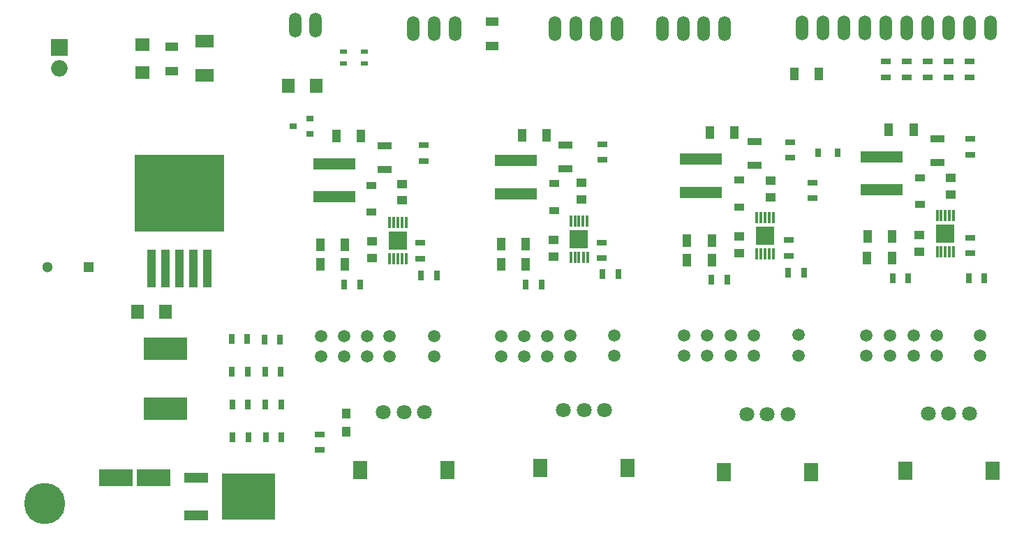
<source format=gts>
G04 #@! TF.FileFunction,Soldermask,Top*
%FSLAX46Y46*%
G04 Gerber Fmt 4.6, Leading zero omitted, Abs format (unit mm)*
G04 Created by KiCad (PCBNEW 4.0.2-stable) date 08/07/2016 16:35:56*
%MOMM*%
G01*
G04 APERTURE LIST*
%ADD10C,0.100000*%
%ADD11R,1.600000X1.000000*%
%ADD12R,1.000000X1.600000*%
%ADD13R,1.250000X1.000000*%
%ADD14R,1.300000X1.300000*%
%ADD15C,1.300000*%
%ADD16R,4.100000X2.000000*%
%ADD17R,1.676400X1.524000*%
%ADD18R,2.180000X1.620000*%
%ADD19R,1.220000X0.910000*%
%ADD20R,1.524000X1.676400*%
%ADD21R,1.100000X1.250000*%
%ADD22R,5.180000X1.430000*%
%ADD23R,5.300000X2.800000*%
%ADD24O,1.998980X1.998980*%
%ADD25R,1.998980X1.998980*%
%ADD26C,1.800000*%
%ADD27R,1.800000X2.200000*%
%ADD28R,0.900000X0.800000*%
%ADD29R,1.300000X0.700000*%
%ADD30R,0.700000X1.300000*%
%ADD31R,1.700000X0.900000*%
%ADD32R,0.900000X0.500000*%
%ADD33R,0.800000X1.000000*%
%ADD34R,0.300000X1.450000*%
%ADD35R,2.270000X2.210000*%
%ADD36R,1.100000X4.600000*%
%ADD37R,10.800000X9.400000*%
%ADD38R,2.850000X1.250000*%
%ADD39R,6.500000X5.600000*%
%ADD40C,1.506220*%
%ADD41O,1.506220X3.014980*%
%ADD42C,5.000000*%
G04 APERTURE END LIST*
D10*
D11*
X108673900Y-69658100D03*
X108673900Y-72658100D03*
D12*
X151647800Y-96027400D03*
X148647800Y-96027400D03*
D13*
X158397800Y-88177400D03*
X158397800Y-86177400D03*
X154987800Y-95127400D03*
X154987800Y-93127400D03*
D12*
X151187800Y-80367400D03*
X154187800Y-80367400D03*
X174227800Y-95597400D03*
X171227800Y-95597400D03*
D13*
X181347800Y-87947400D03*
X181347800Y-85947400D03*
X177517800Y-94697400D03*
X177517800Y-92697400D03*
D12*
X173977800Y-80097400D03*
X176977800Y-80097400D03*
X196064000Y-95313500D03*
X193064000Y-95313500D03*
D13*
X203238100Y-87588600D03*
X203238100Y-85588600D03*
X199364600Y-94510100D03*
X199364600Y-92510100D03*
D12*
X195692900Y-79756000D03*
X198692900Y-79756000D03*
X129707800Y-96057400D03*
X126707800Y-96057400D03*
D13*
X136617800Y-88297400D03*
X136617800Y-86297400D03*
X132977800Y-95317400D03*
X132977800Y-93317400D03*
D12*
X128687800Y-80527400D03*
X131687800Y-80527400D03*
D14*
X98640900Y-96443800D03*
D15*
X93640900Y-96443800D03*
D16*
X101903500Y-121945400D03*
X106503500Y-121945400D03*
D12*
X187199400Y-72961500D03*
X184199400Y-72961500D03*
D11*
X147561300Y-66572000D03*
X147561300Y-69572000D03*
D12*
X151647800Y-93647400D03*
X148647800Y-93647400D03*
X174227800Y-93207400D03*
X171227800Y-93207400D03*
X196089400Y-92722700D03*
X193089400Y-92722700D03*
X129707800Y-93687400D03*
X126707800Y-93687400D03*
D17*
X105168700Y-69380100D03*
X105168700Y-72783700D03*
D18*
X112712500Y-73166500D03*
X112712500Y-68946500D03*
D19*
X155087800Y-86282400D03*
X155087800Y-89552400D03*
X132967800Y-86462400D03*
X132967800Y-89732400D03*
X177517800Y-85842400D03*
X177517800Y-89112400D03*
X199517000Y-85550500D03*
X199517000Y-88820500D03*
D20*
X126276100Y-74358500D03*
X122872500Y-74358500D03*
X104533700Y-101790500D03*
X107937300Y-101790500D03*
D21*
X129882900Y-114228700D03*
X129882900Y-116428700D03*
D22*
X150467800Y-87517400D03*
X150467800Y-83477400D03*
X172927800Y-87337400D03*
X172927800Y-83297400D03*
X128427800Y-87897400D03*
X128427800Y-83857400D03*
X194830700Y-87033800D03*
X194830700Y-82993800D03*
D23*
X107924600Y-113619300D03*
X107924600Y-106319300D03*
D24*
X95046800Y-72301100D03*
D25*
X95046800Y-69761100D03*
D26*
X156211900Y-113777000D03*
X161211900Y-113777000D03*
D27*
X153411900Y-120777000D03*
X164011900Y-120777000D03*
D26*
X158711900Y-113777000D03*
X178449600Y-114285000D03*
X183449600Y-114285000D03*
D27*
X175649600Y-121285000D03*
X186249600Y-121285000D03*
D26*
X180949600Y-114285000D03*
X200458700Y-114158000D03*
X205458700Y-114158000D03*
D27*
X197658700Y-121158000D03*
X208258700Y-121158000D03*
D26*
X202958700Y-114158000D03*
X134367900Y-114005600D03*
X139367900Y-114005600D03*
D27*
X131567900Y-121005600D03*
X142167900Y-121005600D03*
D26*
X136867900Y-114005600D03*
D28*
X125447300Y-80274200D03*
X125447300Y-78374200D03*
X123447300Y-79324200D03*
D29*
X195332350Y-73371750D03*
X195332350Y-71471750D03*
X197872350Y-73371750D03*
X197872350Y-71471750D03*
X200412350Y-73371750D03*
X200412350Y-71471750D03*
X202952350Y-73371750D03*
X202952350Y-71471750D03*
X205492350Y-73371750D03*
X205492350Y-71471750D03*
D30*
X151677800Y-98497400D03*
X153577800Y-98497400D03*
X160962300Y-97231200D03*
X162862300Y-97231200D03*
D29*
X160827800Y-95337400D03*
X160827800Y-93437400D03*
X160957800Y-81497400D03*
X160957800Y-83397400D03*
D31*
X156507800Y-81587400D03*
X156507800Y-84487400D03*
D30*
X174187800Y-97967400D03*
X176087800Y-97967400D03*
X129657800Y-98487400D03*
X131557800Y-98487400D03*
X138965900Y-97409000D03*
X140865900Y-97409000D03*
D29*
X138867800Y-95367400D03*
X138867800Y-93467400D03*
X139277800Y-81627400D03*
X139277800Y-83527400D03*
D31*
X134567800Y-81667400D03*
X134567800Y-84567400D03*
D30*
X183504800Y-97104200D03*
X185404800Y-97104200D03*
D29*
X183557800Y-95027400D03*
X183557800Y-93127400D03*
X183717800Y-81257400D03*
X183717800Y-83157400D03*
D31*
X179397800Y-81137400D03*
X179397800Y-84037400D03*
D30*
X196166700Y-97764600D03*
X198066700Y-97764600D03*
X205386900Y-97790000D03*
X207286900Y-97790000D03*
D29*
X205562200Y-94739500D03*
X205562200Y-92839500D03*
X205536800Y-80863400D03*
X205536800Y-82763400D03*
D31*
X201612500Y-80820600D03*
X201612500Y-83720600D03*
D29*
X126644400Y-118602800D03*
X126644400Y-116702800D03*
D32*
X129578100Y-71704900D03*
X129578100Y-70204900D03*
X132118100Y-71704900D03*
X132118100Y-70204900D03*
D30*
X121879400Y-105181400D03*
X119979400Y-105181400D03*
X117891600Y-105168700D03*
X115991600Y-105168700D03*
X121942900Y-109067600D03*
X120042900Y-109067600D03*
X117929700Y-109080300D03*
X116029700Y-109080300D03*
X121981000Y-113068100D03*
X120081000Y-113068100D03*
X117967800Y-113080800D03*
X116067800Y-113080800D03*
X122006400Y-117106700D03*
X120106400Y-117106700D03*
X118005900Y-117094000D03*
X116105900Y-117094000D03*
D29*
X186461400Y-86133900D03*
X186461400Y-88033900D03*
D33*
X187077500Y-82499200D03*
X189477500Y-82499200D03*
D34*
X157117800Y-90787400D03*
X157617800Y-90787400D03*
X158117800Y-90787400D03*
X158617800Y-90787400D03*
X159117800Y-90787400D03*
X159141800Y-95187400D03*
X158633800Y-95187400D03*
X158117800Y-95187400D03*
D35*
X158117800Y-92987400D03*
D34*
X157117800Y-95187400D03*
X157617800Y-95187400D03*
X179657800Y-90397400D03*
X180157800Y-90397400D03*
X180657800Y-90397400D03*
X181157800Y-90397400D03*
X181657800Y-90397400D03*
X181681800Y-94797400D03*
X181173800Y-94797400D03*
X180657800Y-94797400D03*
D35*
X180657800Y-92597400D03*
D34*
X179657800Y-94797400D03*
X180157800Y-94797400D03*
X201552300Y-90103600D03*
X202052300Y-90103600D03*
X202552300Y-90103600D03*
X203052300Y-90103600D03*
X203552300Y-90103600D03*
X203576300Y-94503600D03*
X203068300Y-94503600D03*
X202552300Y-94503600D03*
D35*
X202552300Y-92303600D03*
D34*
X201552300Y-94503600D03*
X202052300Y-94503600D03*
X135127800Y-90987400D03*
X135627800Y-90987400D03*
X136127800Y-90987400D03*
X136627800Y-90987400D03*
X137127800Y-90987400D03*
X137151800Y-95387400D03*
X136643800Y-95387400D03*
X136127800Y-95387400D03*
D35*
X136127800Y-93187400D03*
D34*
X135127800Y-95387400D03*
X135627800Y-95387400D03*
D36*
X113051800Y-96545400D03*
X111351800Y-96545400D03*
X107951800Y-96545400D03*
D37*
X109651800Y-87395400D03*
D36*
X109651800Y-96545400D03*
X106251800Y-96545400D03*
D38*
X111646100Y-126562200D03*
D39*
X118046100Y-124282200D03*
D38*
X111646100Y-122002200D03*
D40*
X126868600Y-104786700D03*
X126868600Y-107286700D03*
X129618600Y-104786700D03*
X129618600Y-107286700D03*
X132398600Y-104786700D03*
X132398600Y-107286700D03*
X135138600Y-104786700D03*
X135138600Y-107286700D03*
X140578600Y-104786700D03*
X140578600Y-107286700D03*
X148675100Y-104781600D03*
X148675100Y-107281600D03*
X151475100Y-104781600D03*
X151475100Y-107281600D03*
X154265100Y-104781600D03*
X154265100Y-107281600D03*
X157065100Y-104731600D03*
X157065100Y-107231600D03*
X162425100Y-104671600D03*
X162425100Y-107171600D03*
X170842400Y-104668600D03*
X170842400Y-107168600D03*
X173662400Y-104668600D03*
X173662400Y-107168600D03*
X176512400Y-104668600D03*
X176512400Y-107168600D03*
X179332400Y-104668600D03*
X179332400Y-107168600D03*
X184772400Y-104658600D03*
X184772400Y-107158600D03*
X192989200Y-104673400D03*
X192989200Y-107173400D03*
X195834000Y-104673400D03*
X195834000Y-107173400D03*
X198678800Y-104673400D03*
X198678800Y-107173400D03*
X201523600Y-104673400D03*
X201523600Y-107173400D03*
X206768700Y-104673400D03*
X206768700Y-107173400D03*
D41*
X185172350Y-67341750D03*
X187712350Y-67341750D03*
X190212350Y-67341750D03*
X202952350Y-67341750D03*
X207992350Y-67341750D03*
X205452350Y-67341750D03*
X200412350Y-67341750D03*
X192792350Y-67341750D03*
X195332350Y-67341750D03*
X197832350Y-67341750D03*
X123685300Y-67056000D03*
X126185300Y-67056000D03*
X155221300Y-67462400D03*
X157721300Y-67462400D03*
X162761300Y-67462400D03*
X160221300Y-67462400D03*
X168238800Y-67462400D03*
X170738800Y-67462400D03*
X175778800Y-67462400D03*
X173238800Y-67462400D03*
X138010900Y-67411600D03*
X143090900Y-67411600D03*
X140550900Y-67411600D03*
D42*
X93345500Y-125121600D03*
M02*

</source>
